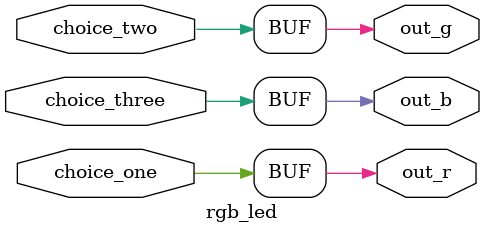
<source format=v>
`timescale 1ns / 1ps


module rgb_led(
 input choice_one, choice_two, choice_three,
   output out_r, out_g, out_b
    );
    
    assign out_r = choice_one; // 6 minutes: liquidy yolk and soft white
    assign out_g = choice_two; // 8 minutes: soft yolk but firm enough to hold its own
    assign out_b = choice_three; // 13 minutes: traditional hard boiled egg

endmodule

</source>
